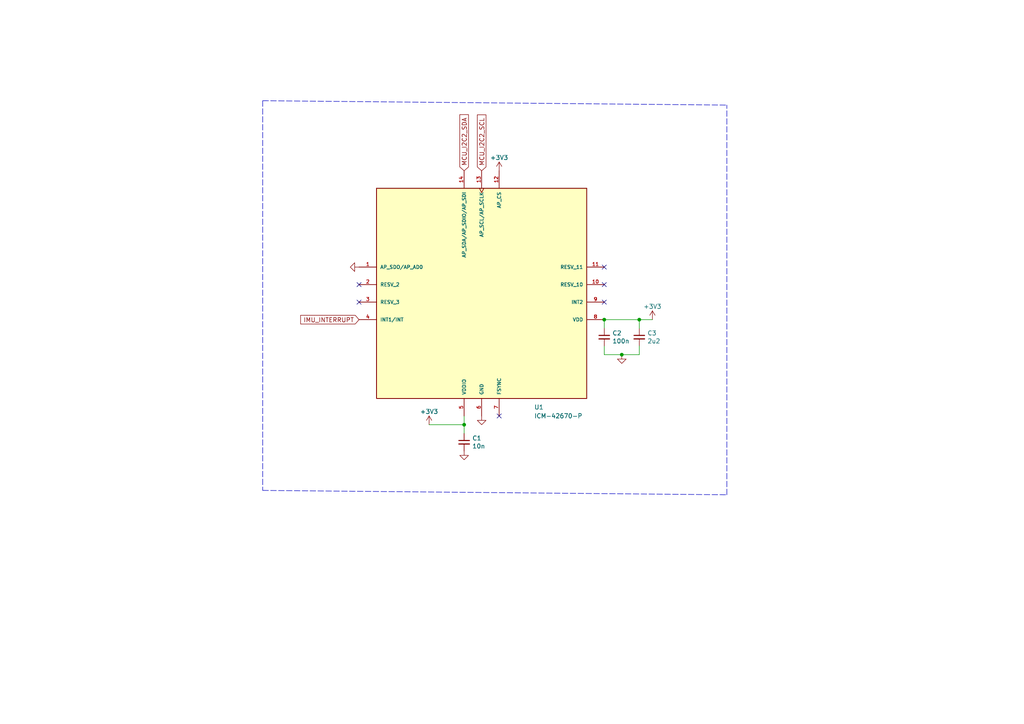
<source format=kicad_sch>
(kicad_sch (version 20211123) (generator eeschema)
  (paper "A4")
  (lib_symbols
    (symbol "BluePhil-rescue:+3.3V-power" (power) (pin_names (offset 0))
      (property "Value" "+3.3V-power" (at 0 3.556 0))
      (symbol "+3.3V-power_0_1"
        (polyline (pts (xy -0.762 1.27) (xy 0 2.54)))
        (polyline (pts (xy 0 0) (xy 0 2.54)))
        (polyline (pts (xy 0 2.54) (xy 0.762 1.27)))
      )
      (symbol "+3.3V-power_1_1"
        (pin power_in line (at 0 0 90) (length 0) hide (name "+3V3") (number "1"))
      )
    )
    (symbol "Device:C_Small" (pin_numbers hide) (pin_names (offset 0.254) hide)
      (property "Reference" "C" (at 0.254 1.778 0))
      (property "Value" "C_Small" (at 0.254 -2.032 0))
      (symbol "C_Small_0_1"
        (polyline (pts (xy -1.524 -0.508) (xy 1.524 -0.508)) (stroke (width 0.3302)))
        (polyline (pts (xy -1.524 0.508) (xy 1.524 0.508)) (stroke (width 0.3048)))
      )
      (symbol "C_Small_1_1"
        (pin passive line (at 0 2.54 270) (length 2.032) (name "~") (number "1"))
        (pin passive line (at 0 -2.54 90) (length 2.032) (name "~") (number "2"))
      )
    )
    (symbol "ICM-42670-P:ICM-42670-P" (pin_names (offset 1.016))
      (property "Reference" "U" (at -30.48 31.242 0))
      (property "Value" "ICM-42670-P" (at -30.48 -31.242 0))
      (symbol "ICM-42670-P_0_0"
        (rectangle (start -30.48 -30.48) (end 30.48 30.48) (stroke (width 0.254)) (fill (type background)))
        (pin bidirectional line (at -35.56 7.62 0) (length 5.08) (name "AP_SDO/AP_AD0") (number "1"))
        (pin passive line (at 35.56 2.54 180) (length 5.08) (name "RESV_10") (number "10"))
        (pin passive line (at 35.56 7.62 180) (length 5.08) (name "RESV_11") (number "11"))
        (pin input line (at 5.08 35.56 270) (length 5.08) (name "AP_CS") (number "12"))
        (pin input clock (at 0 35.56 270) (length 5.08) (name "AP_SCL/AP_SCLK") (number "13"))
        (pin bidirectional line (at -5.08 35.56 270) (length 5.08) (name "AP_SDA/AP_SDIO/AP_SDI") (number "14"))
        (pin passive line (at -35.56 2.54 0) (length 5.08) (name "RESV_2") (number "2"))
        (pin passive line (at -35.56 -2.54 0) (length 5.08) (name "RESV_3") (number "3"))
        (pin output line (at -35.56 -7.62 0) (length 5.08) (name "INT1/INT") (number "4"))
        (pin power_in line (at -5.08 -35.56 90) (length 5.08) (name "VDDIO") (number "5"))
        (pin power_in line (at 0 -35.56 90) (length 5.08) (name "GND") (number "6"))
        (pin input line (at 5.08 -35.56 90) (length 5.08) (name "FSYNC") (number "7"))
        (pin power_in line (at 35.56 -7.62 180) (length 5.08) (name "VDD") (number "8"))
        (pin output line (at 35.56 -2.54 180) (length 5.08) (name "INT2") (number "9"))
      )
    )
    (symbol "power:GND" (power) (pin_names (offset 0))
      (property "Value" "GND" (at 0 -3.81 0))
      (symbol "GND_0_1"
        (polyline (pts (xy 0 0) (xy 0 -1.27) (xy 1.27 -1.27) (xy 0 -2.54) (xy -1.27 -1.27) (xy 0 -1.27)))
      )
      (symbol "GND_1_1"
        (pin power_in line (at 0 0 270) (length 0) hide (name "GND") (number "1"))
      )
    )
  )
  (junction (at 134.62 123.19))
  (junction (at 175.26 92.71))
  (junction (at 185.42 92.71))
  (junction (at 180.34 102.87))
  (no_connect (at 104.14 87.63))
  (no_connect (at 175.26 82.55))
  (no_connect (at 104.14 82.55))
  (no_connect (at 175.26 77.47))
  (no_connect (at 175.26 87.63))
  (no_connect (at 144.78 120.65))
  (polyline (pts (xy 76.2 142.24) (xy 210.82 143.51)))
  (wire (pts (xy 175.26 100.33) (xy 175.26 102.87)))
  (wire (pts (xy 134.62 123.19) (xy 134.62 125.73)))
  (wire (pts (xy 185.42 92.71) (xy 189.23 92.71)))
  (wire (pts (xy 175.26 92.71) (xy 175.26 95.25)))
  (wire (pts (xy 175.26 102.87) (xy 180.34 102.87)))
  (wire (pts (xy 185.42 100.33) (xy 185.42 102.87)))
  (polyline (pts (xy 76.2 29.21) (xy 210.82 30.48)))
  (wire (pts (xy 185.42 95.25) (xy 185.42 92.71)))
  (wire (pts (xy 175.26 92.71) (xy 185.42 92.71)))
  (wire (pts (xy 134.62 120.65) (xy 134.62 123.19)))
  (polyline (pts (xy 76.2 29.21) (xy 76.2 142.24)))
  (wire (pts (xy 124.46 123.19) (xy 134.62 123.19)))
  (wire (pts (xy 185.42 102.87) (xy 180.34 102.87)))
  (polyline (pts (xy 210.82 143.51) (xy 210.82 30.48)))
  (global_label "IMU_INTERRUPT" (shape input) (at 104.14 92.71 180) (property "Intersheet References" "${INTERSHEET_REFS}" (effects hide)))
  (global_label "MCU_I2C2_SDA" (shape input) (at 134.62 49.53 90) (property "Intersheet References" "${INTERSHEET_REFS}" (effects hide)))
  (global_label "MCU_I2C2_SCL" (shape input) (at 139.7 49.53 90) (property "Intersheet References" "${INTERSHEET_REFS}" (effects hide)))
  (symbol (lib_id "Device:C_Small") (at 175.26 97.79 0) (unit 1)
    (property "Reference" "C2" (at 177.5968 96.6216 0) (effects (justify left)))
    (property "Value" "100n" (at 177.5968 98.933 0) (effects (justify left)))
    (property "Footprint" "Capacitor_SMD:C_0402_1005Metric" (effects hide))
    (property "LCSC Part #" "C1525" (effects hide))
  )
  (symbol (lib_id "Device:C_Small") (at 134.62 128.27 0) (unit 1)
    (property "Reference" "C1" (at 136.9568 127.1016 0) (effects (justify left)))
    (property "Value" "10n" (at 136.9568 129.413 0) (effects (justify left)))
    (property "Footprint" "Capacitor_SMD:C_0402_1005Metric" (effects hide))
    (property "LCSC Part #" "C1531" (effects hide))
  )
  (symbol (lib_id "power:GND") (at 180.34 102.87 0) (unit 1)
    (property "Reference" "#PWR030" (effects hide))
    (property "Value" "GND" (effects hide))
  )
  (symbol (lib_id "BluePhil-rescue:+3.3V-power") (at 124.46 123.19 0) (unit 1)
    (property "Reference" "#PWR05" (effects hide))
    (property "Value" "+3.3V" (at 124.46 119.38 0))
  )
  (symbol (lib_id "ICM-42670-P:ICM-42670-P") (at 139.7 85.09 0) (unit 1)
    (property "Reference" "U1" (at 154.94 118.11 0) (effects (justify left)))
    (property "Value" "ICM-42670-P" (at 154.94 120.65 0) (effects (justify left)))
    (property "Footprint" "SnapEDA Library:IC_ICM-42670-P" (effects hide))
    (property "MANUFACTURER" "TDK InvenSense" (effects hide))
    (property "STANDARD" "Manufacturer Recommendations" (effects hide))
    (property "MAXIMUM_PACKAGE_HEIGHT" "0.81mm" (effects hide))
    (property "PARTREV" "1.0" (effects hide))
  )
  (symbol (lib_id "BluePhil-rescue:+3.3V-power") (at 144.78 49.53 0) (unit 1)
    (property "Reference" "#PWR014" (effects hide))
    (property "Value" "+3.3V" (at 144.78 45.72 0))
  )
  (symbol (lib_id "Device:C_Small") (at 185.42 97.79 0) (unit 1)
    (property "Reference" "C3" (at 187.7568 96.6216 0) (effects (justify left)))
    (property "Value" "2u2" (at 187.7568 98.933 0) (effects (justify left)))
    (property "Footprint" "Capacitor_SMD:C_0402_1005Metric" (effects hide))
    (property "LCSC Part #" "C1531" (effects hide))
  )
  (symbol (lib_id "power:GND") (at 139.7 120.65 0) (unit 1)
    (property "Reference" "#PWR010" (effects hide))
    (property "Value" "GND" (effects hide))
  )
  (symbol (lib_id "BluePhil-rescue:+3.3V-power") (at 189.23 92.71 0) (unit 1)
    (property "Reference" "#PWR031" (effects hide))
    (property "Value" "+3.3V" (at 189.23 88.9 0))
  )
  (symbol (lib_id "power:GND") (at 134.62 130.81 0) (unit 1)
    (property "Reference" "#PWR07" (effects hide))
    (property "Value" "GND" (effects hide))
  )
  (symbol (lib_id "power:GND") (at 104.14 77.47 270) (unit 1)
    (property "Reference" "#PWR02" (effects hide))
    (property "Value" "GND" (effects hide))
  )
)
</source>
